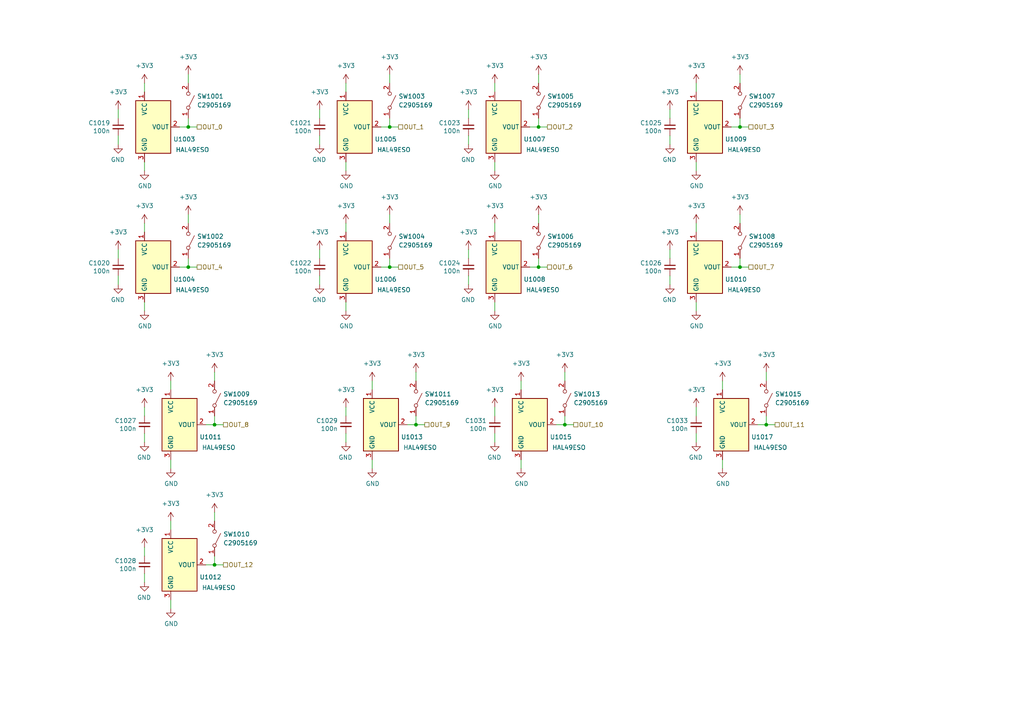
<source format=kicad_sch>
(kicad_sch (version 20250114) (generator "eeschema") (generator_version "9.0")
  (paper "A4")
  (lib_symbols
    (symbol "Sensor_Magnetic:A1301KLHLT-T"
      (property "Reference" "U" (at 0 11.43 0))
      (property "Value" "A1301KLHLT-T" (at 0 8.89 0))
      (symbol "A1301KLHLT-T_0_1"
        (rectangle (start -5.08 7.62) (end 5.08 -7.62) (stroke (width 0.254)) (fill (type background)))
      )
      (symbol "A1301KLHLT-T_1_1"
        (pin power_in line (at -2.54 10.16 270) (length 2.54) (name "VCC") (number "1"))
        (pin power_in line (at -2.54 -10.16 90) (length 2.54) (name "GND") (number "3"))
        (pin output line (at 7.62 0 180) (length 2.54) (name "VOUT") (number "2"))
      )
    )
    (symbol "Switch:SW_SPST" (pin_names (offset 0) (hide yes))
      (property "Reference" "SW" (at 0 3.175 0))
      (property "Value" "SW_SPST" (at 0 -2.54 0))
      (symbol "SW_SPST_0_0"
        (circle (center -2.032 0) (radius 0.508))
        (polyline (pts (xy -1.524 0.254) (xy 1.524 1.778)))
        (circle (center 2.032 0) (radius 0.508))
      )
      (symbol "SW_SPST_1_1"
        (pin passive line (at -5.08 0 0) (length 2.54) (name "A") (number "1"))
        (pin passive line (at 5.08 0 180) (length 2.54) (name "B") (number "2"))
      )
    )
    (symbol "power:+3V3" (power) (pin_names (offset 0))
      (property "Value" "+3V3" (at 0 3.556 0))
      (symbol "+3V3_0_1"
        (polyline (pts (xy -0.762 1.27) (xy 0 2.54)))
        (polyline (pts (xy 0 2.54) (xy 0.762 1.27)))
        (polyline (pts (xy 0 0) (xy 0 2.54)))
      )
      (symbol "+3V3_1_1"
        (pin power_in line (at 0 0 90) (length 0) (hide yes) (name "+3V3") (number "1"))
      )
    )
    (symbol "power:GND" (power) (pin_names (offset 0))
      (property "Value" "GND" (at 0 -3.81 0))
      (symbol "GND_0_1"
        (polyline (pts (xy 0 0) (xy 0 -1.27) (xy 1.27 -1.27) (xy 0 -2.54) (xy -1.27 -1.27) (xy 0 -1.27)))
      )
      (symbol "GND_1_1"
        (pin power_in line (at 0 0 270) (length 0) (hide yes) (name "GND") (number "1"))
      )
    )
    (symbol "suku_basics:CAP" (pin_numbers (hide yes)) (pin_names (offset 0.254) (hide yes))
      (property "Reference" "C" (at 0.254 1.778 0))
      (symbol "CAP_0_1"
        (polyline (pts (xy -1.524 0.508) (xy 1.524 0.508)) (stroke (width 0.3048)))
        (polyline (pts (xy -1.524 -0.508) (xy 1.524 -0.508)) (stroke (width 0.3302)))
      )
      (symbol "CAP_1_1"
        (pin passive line (at 0 2.54 270) (length 2.032) (name "~") (number "1"))
        (pin passive line (at 0 -2.54 90) (length 2.032) (name "~") (number "2"))
      )
    )
  )
  (junction (at 120.65 123.19))
  (junction (at 54.61 77.47))
  (junction (at 163.83 123.19))
  (junction (at 113.03 36.83))
  (junction (at 214.63 77.47))
  (junction (at 156.21 77.47))
  (junction (at 62.23 163.83))
  (junction (at 54.61 36.83))
  (junction (at 113.03 77.47))
  (junction (at 62.23 123.19))
  (junction (at 156.21 36.83))
  (junction (at 222.25 123.19))
  (junction (at 214.63 36.83))
  (wire (pts (xy 41.91 168.91) (xy 41.91 166.37)))
  (wire (pts (xy 113.03 74.93) (xy 113.03 77.47)))
  (wire (pts (xy 62.23 123.19) (xy 64.77 123.19)))
  (wire (pts (xy 100.33 128.27) (xy 100.33 125.73)))
  (wire (pts (xy 110.49 77.47) (xy 113.03 77.47)))
  (wire (pts (xy 34.29 82.55) (xy 34.29 80.01)))
  (wire (pts (xy 52.07 36.83) (xy 54.61 36.83)))
  (wire (pts (xy 54.61 74.93) (xy 54.61 77.47)))
  (wire (pts (xy 156.21 36.83) (xy 158.75 36.83)))
  (wire (pts (xy 201.93 87.63) (xy 201.93 90.17)))
  (wire (pts (xy 113.03 36.83) (xy 115.57 36.83)))
  (wire (pts (xy 49.53 133.35) (xy 49.53 135.89)))
  (wire (pts (xy 143.51 87.63) (xy 143.51 90.17)))
  (wire (pts (xy 201.93 128.27) (xy 201.93 125.73)))
  (wire (pts (xy 194.31 31.75) (xy 194.31 34.29)))
  (wire (pts (xy 156.21 34.29) (xy 156.21 36.83)))
  (wire (pts (xy 222.25 123.19) (xy 224.79 123.19)))
  (wire (pts (xy 214.63 77.47) (xy 217.17 77.47)))
  (wire (pts (xy 143.51 24.13) (xy 143.51 26.67)))
  (wire (pts (xy 156.21 62.23) (xy 156.21 64.77)))
  (wire (pts (xy 59.69 123.19) (xy 62.23 123.19)))
  (wire (pts (xy 222.25 120.65) (xy 222.25 123.19)))
  (wire (pts (xy 113.03 77.47) (xy 115.57 77.47)))
  (wire (pts (xy 163.83 123.19) (xy 166.37 123.19)))
  (wire (pts (xy 143.51 128.27) (xy 143.51 125.73)))
  (wire (pts (xy 34.29 72.39) (xy 34.29 74.93)))
  (wire (pts (xy 62.23 148.59) (xy 62.23 151.13)))
  (wire (pts (xy 92.71 72.39) (xy 92.71 74.93)))
  (wire (pts (xy 54.61 77.47) (xy 57.15 77.47)))
  (wire (pts (xy 209.55 110.49) (xy 209.55 113.03)))
  (wire (pts (xy 113.03 62.23) (xy 113.03 64.77)))
  (wire (pts (xy 100.33 24.13) (xy 100.33 26.67)))
  (wire (pts (xy 62.23 120.65) (xy 62.23 123.19)))
  (wire (pts (xy 49.53 151.13) (xy 49.53 153.67)))
  (wire (pts (xy 62.23 161.29) (xy 62.23 163.83)))
  (wire (pts (xy 201.93 24.13) (xy 201.93 26.67)))
  (wire (pts (xy 201.93 46.99) (xy 201.93 49.53)))
  (wire (pts (xy 100.33 87.63) (xy 100.33 90.17)))
  (wire (pts (xy 54.61 62.23) (xy 54.61 64.77)))
  (wire (pts (xy 41.91 158.75) (xy 41.91 161.29)))
  (wire (pts (xy 156.21 21.59) (xy 156.21 24.13)))
  (wire (pts (xy 34.29 41.91) (xy 34.29 39.37)))
  (wire (pts (xy 201.93 118.11) (xy 201.93 120.65)))
  (wire (pts (xy 135.89 72.39) (xy 135.89 74.93)))
  (wire (pts (xy 59.69 163.83) (xy 62.23 163.83)))
  (wire (pts (xy 118.11 123.19) (xy 120.65 123.19)))
  (wire (pts (xy 41.91 46.99) (xy 41.91 49.53)))
  (wire (pts (xy 161.29 123.19) (xy 163.83 123.19)))
  (wire (pts (xy 143.51 118.11) (xy 143.51 120.65)))
  (wire (pts (xy 92.71 82.55) (xy 92.71 80.01)))
  (wire (pts (xy 113.03 21.59) (xy 113.03 24.13)))
  (wire (pts (xy 209.55 133.35) (xy 209.55 135.89)))
  (wire (pts (xy 54.61 21.59) (xy 54.61 24.13)))
  (wire (pts (xy 135.89 82.55) (xy 135.89 80.01)))
  (wire (pts (xy 41.91 24.13) (xy 41.91 26.67)))
  (wire (pts (xy 153.67 36.83) (xy 156.21 36.83)))
  (wire (pts (xy 212.09 36.83) (xy 214.63 36.83)))
  (wire (pts (xy 222.25 107.95) (xy 222.25 110.49)))
  (wire (pts (xy 41.91 87.63) (xy 41.91 90.17)))
  (wire (pts (xy 54.61 34.29) (xy 54.61 36.83)))
  (wire (pts (xy 194.31 72.39) (xy 194.31 74.93)))
  (wire (pts (xy 194.31 41.91) (xy 194.31 39.37)))
  (wire (pts (xy 107.95 110.49) (xy 107.95 113.03)))
  (wire (pts (xy 214.63 36.83) (xy 217.17 36.83)))
  (wire (pts (xy 194.31 82.55) (xy 194.31 80.01)))
  (wire (pts (xy 34.29 31.75) (xy 34.29 34.29)))
  (wire (pts (xy 163.83 120.65) (xy 163.83 123.19)))
  (wire (pts (xy 214.63 21.59) (xy 214.63 24.13)))
  (wire (pts (xy 135.89 41.91) (xy 135.89 39.37)))
  (wire (pts (xy 143.51 64.77) (xy 143.51 67.31)))
  (wire (pts (xy 151.13 110.49) (xy 151.13 113.03)))
  (wire (pts (xy 135.89 31.75) (xy 135.89 34.29)))
  (wire (pts (xy 212.09 77.47) (xy 214.63 77.47)))
  (wire (pts (xy 214.63 34.29) (xy 214.63 36.83)))
  (wire (pts (xy 62.23 163.83) (xy 64.77 163.83)))
  (wire (pts (xy 92.71 41.91) (xy 92.71 39.37)))
  (wire (pts (xy 153.67 77.47) (xy 156.21 77.47)))
  (wire (pts (xy 49.53 110.49) (xy 49.53 113.03)))
  (wire (pts (xy 214.63 62.23) (xy 214.63 64.77)))
  (wire (pts (xy 49.53 173.99) (xy 49.53 176.53)))
  (wire (pts (xy 151.13 133.35) (xy 151.13 135.89)))
  (wire (pts (xy 110.49 36.83) (xy 113.03 36.83)))
  (wire (pts (xy 100.33 118.11) (xy 100.33 120.65)))
  (wire (pts (xy 156.21 74.93) (xy 156.21 77.47)))
  (wire (pts (xy 120.65 123.19) (xy 123.19 123.19)))
  (wire (pts (xy 201.93 64.77) (xy 201.93 67.31)))
  (wire (pts (xy 113.03 34.29) (xy 113.03 36.83)))
  (wire (pts (xy 52.07 77.47) (xy 54.61 77.47)))
  (wire (pts (xy 156.21 77.47) (xy 158.75 77.47)))
  (wire (pts (xy 214.63 74.93) (xy 214.63 77.47)))
  (wire (pts (xy 62.23 107.95) (xy 62.23 110.49)))
  (wire (pts (xy 107.95 133.35) (xy 107.95 135.89)))
  (wire (pts (xy 120.65 107.95) (xy 120.65 110.49)))
  (wire (pts (xy 92.71 31.75) (xy 92.71 34.29)))
  (wire (pts (xy 219.71 123.19) (xy 222.25 123.19)))
  (wire (pts (xy 41.91 64.77) (xy 41.91 67.31)))
  (wire (pts (xy 120.65 120.65) (xy 120.65 123.19)))
  (wire (pts (xy 100.33 64.77) (xy 100.33 67.31)))
  (wire (pts (xy 163.83 107.95) (xy 163.83 110.49)))
  (wire (pts (xy 100.33 46.99) (xy 100.33 49.53)))
  (wire (pts (xy 41.91 128.27) (xy 41.91 125.73)))
  (wire (pts (xy 54.61 36.83) (xy 57.15 36.83)))
  (wire (pts (xy 143.51 46.99) (xy 143.51 49.53)))
  (wire (pts (xy 41.91 118.11) (xy 41.91 120.65)))
  (hierarchical_label "OUT_4" (shape passive) (at 57.15 77.47 0))
  (hierarchical_label "OUT_11" (shape passive) (at 224.79 123.19 0))
  (hierarchical_label "OUT_8" (shape passive) (at 64.77 123.19 0))
  (hierarchical_label "OUT_2" (shape passive) (at 158.75 36.83 0))
  (hierarchical_label "OUT_3" (shape passive) (at 217.17 36.83 0))
  (hierarchical_label "OUT_6" (shape passive) (at 158.75 77.47 0))
  (hierarchical_label "OUT_7" (shape passive) (at 217.17 77.47 0))
  (hierarchical_label "OUT_0" (shape passive) (at 57.15 36.83 0))
  (hierarchical_label "OUT_10" (shape passive) (at 166.37 123.19 0))
  (hierarchical_label "OUT_9" (shape passive) (at 123.19 123.19 0))
  (hierarchical_label "OUT_1" (shape passive) (at 115.57 36.83 0))
  (hierarchical_label "OUT_5" (shape passive) (at 115.57 77.47 0))
  (hierarchical_label "OUT_12" (shape passive) (at 64.77 163.83 0))
  (symbol (lib_id "power:+3V3") (at 143.51 118.11 0) (unit 1)
    (property "Reference" "#PWR0702" (effects (hide yes)))
    (property "Value" "+3V3" (at 143.51 113.03 0))
  )
  (symbol (lib_id "power:+3V3") (at 92.71 72.39 0) (unit 1)
    (property "Reference" "#PWR0654" (effects (hide yes)))
    (property "Value" "+3V3" (at 92.71 67.31 0))
  )
  (symbol (lib_id "Sensor_Magnetic:A1301KLHLT-T") (at 204.47 77.47 0) (unit 1)
    (property "Reference" "U1010" (at 216.662 81.026 0) (effects (justify right)))
    (property "Value" "HAL49ESO" (at 220.726 84.074 0) (effects (justify right)))
    (property "Footprint" "suku_basics:SOT-23W" (effects (hide yes)))
    (property "Datasheet" "http://www.allegromicro.com/~/media/Files/Datasheets/A1301-2-Datasheet.ashx" (effects (hide yes)))
    (property "Part" "C85573" (effects (hide yes)))
  )
  (symbol (lib_id "power:+3V3") (at 194.31 31.75 0) (unit 1)
    (property "Reference" "#PWR0672" (effects (hide yes)))
    (property "Value" "+3V3" (at 194.31 26.67 0))
  )
  (symbol (lib_id "power:+3V3") (at 62.23 107.95 0) (unit 1)
    (property "Reference" "#PWR0690" (effects (hide yes)))
    (property "Value" "+3V3" (at 62.23 102.87 0))
  )
  (symbol (lib_id "Switch:SW_SPST") (at 120.65 115.57 270) (mirror x) (unit 1)
    (property "Reference" "SW1011" (at 123.19 114.2999 90) (effects (justify left)))
    (property "Value" "C2905169" (at 123.19 116.8399 90) (effects (justify left)))
    (property "Footprint" "suku_basics:gateron-low-profile" (effects (hide yes)))
  )
  (symbol (lib_id "Switch:SW_SPST") (at 113.03 29.21 270) (mirror x) (unit 1)
    (property "Reference" "SW1003" (at 115.57 27.9399 90) (effects (justify left)))
    (property "Value" "C2905169" (at 115.57 30.4799 90) (effects (justify left)))
    (property "Footprint" "suku_basics:gateron-low-profile" (effects (hide yes)))
  )
  (symbol (lib_id "power:GND") (at 100.33 128.27 0) (mirror y) (unit 1)
    (property "Reference" "#PWR0693" (effects (hide yes)))
    (property "Value" "GND" (at 100.203 132.6642 0))
  )
  (symbol (lib_id "power:GND") (at 135.89 41.91 0) (mirror y) (unit 1)
    (property "Reference" "#PWR0663" (effects (hide yes)))
    (property "Value" "GND" (at 135.763 46.3042 0))
  )
  (symbol (lib_id "Switch:SW_SPST") (at 163.83 115.57 270) (mirror x) (unit 1)
    (property "Reference" "SW1013" (at 166.37 114.2999 90) (effects (justify left)))
    (property "Value" "C2905169" (at 166.37 116.8399 90) (effects (justify left)))
    (property "Footprint" "suku_basics:gateron-low-profile" (effects (hide yes)))
  )
  (symbol (lib_id "power:GND") (at 41.91 128.27 0) (mirror y) (unit 1)
    (property "Reference" "#PWR0683" (effects (hide yes)))
    (property "Value" "GND" (at 41.783 132.6642 0))
  )
  (symbol (lib_id "power:GND") (at 100.33 90.17 0) (unit 1)
    (property "Reference" "#PWR0659" (effects (hide yes)))
    (property "Value" "GND" (at 100.457 94.5642 0))
  )
  (symbol (lib_id "power:+3V3") (at 54.61 21.59 0) (unit 1)
    (property "Reference" "#PWR0650" (effects (hide yes)))
    (property "Value" "+3V3" (at 54.61 16.51 0))
  )
  (symbol (lib_id "power:+3V3") (at 156.21 62.23 0) (unit 1)
    (property "Reference" "#PWR0671" (effects (hide yes)))
    (property "Value" "+3V3" (at 156.21 57.15 0))
  )
  (symbol (lib_id "suku_basics:CAP") (at 194.31 77.47 0) (mirror y) (unit 1)
    (property "Reference" "C1026" (at 191.9732 76.3016 0) (effects (justify left)))
    (property "Value" "100n" (at 191.9732 78.613 0) (effects (justify left)))
    (property "Footprint" "suku_basics:CAP_0402" (effects (hide yes)))
  )
  (symbol (lib_id "Switch:SW_SPST") (at 62.23 115.57 270) (mirror x) (unit 1)
    (property "Reference" "SW1009" (at 64.77 114.2999 90) (effects (justify left)))
    (property "Value" "C2905169" (at 64.77 116.8399 90) (effects (justify left)))
    (property "Footprint" "suku_basics:gateron-low-profile" (effects (hide yes)))
  )
  (symbol (lib_id "power:GND") (at 41.91 90.17 0) (unit 1)
    (property "Reference" "#PWR0649" (effects (hide yes)))
    (property "Value" "GND" (at 42.037 94.5642 0))
  )
  (symbol (lib_id "power:GND") (at 92.71 41.91 0) (mirror y) (unit 1)
    (property "Reference" "#PWR0653" (effects (hide yes)))
    (property "Value" "GND" (at 92.583 46.3042 0))
  )
  (symbol (lib_id "Sensor_Magnetic:A1301KLHLT-T") (at 110.49 123.19 0) (unit 1)
    (property "Reference" "U1013" (at 122.682 126.746 0) (effects (justify right)))
    (property "Value" "HAL49ESO" (at 126.746 129.794 0) (effects (justify right)))
    (property "Footprint" "suku_basics:SOT-23W" (effects (hide yes)))
    (property "Datasheet" "http://www.allegromicro.com/~/media/Files/Datasheets/A1301-2-Datasheet.ashx" (effects (hide yes)))
    (property "Part" "C85573" (effects (hide yes)))
  )
  (symbol (lib_id "power:GND") (at 100.33 49.53 0) (unit 1)
    (property "Reference" "#PWR0657" (effects (hide yes)))
    (property "Value" "GND" (at 100.457 53.9242 0))
  )
  (symbol (lib_id "suku_basics:CAP") (at 34.29 36.83 0) (mirror y) (unit 1)
    (property "Reference" "C1019" (at 31.9532 35.6616 0) (effects (justify left)))
    (property "Value" "100n" (at 31.9532 37.973 0) (effects (justify left)))
    (property "Footprint" "suku_basics:CAP_0402" (effects (hide yes)))
  )
  (symbol (lib_id "power:GND") (at 201.93 49.53 0) (unit 1)
    (property "Reference" "#PWR0677" (effects (hide yes)))
    (property "Value" "GND" (at 202.057 53.9242 0))
  )
  (symbol (lib_id "power:GND") (at 49.53 135.89 0) (unit 1)
    (property "Reference" "#PWR0687" (effects (hide yes)))
    (property "Value" "GND" (at 49.657 140.2842 0))
  )
  (symbol (lib_id "Sensor_Magnetic:A1301KLHLT-T") (at 204.47 36.83 0) (unit 1)
    (property "Reference" "U1009" (at 216.662 40.386 0) (effects (justify right)))
    (property "Value" "HAL49ESO" (at 220.726 43.434 0) (effects (justify right)))
    (property "Footprint" "suku_basics:SOT-23W" (effects (hide yes)))
    (property "Datasheet" "http://www.allegromicro.com/~/media/Files/Datasheets/A1301-2-Datasheet.ashx" (effects (hide yes)))
    (property "Part" "C85573" (effects (hide yes)))
  )
  (symbol (lib_id "power:+3V3") (at 151.13 110.49 0) (unit 1)
    (property "Reference" "#PWR0706" (effects (hide yes)))
    (property "Value" "+3V3" (at 151.13 105.41 0))
  )
  (symbol (lib_id "power:+3V3") (at 49.53 110.49 0) (unit 1)
    (property "Reference" "#PWR0686" (effects (hide yes)))
    (property "Value" "+3V3" (at 49.53 105.41 0))
  )
  (symbol (lib_id "power:+3V3") (at 41.91 118.11 0) (unit 1)
    (property "Reference" "#PWR0682" (effects (hide yes)))
    (property "Value" "+3V3" (at 41.91 113.03 0))
  )
  (symbol (lib_id "suku_basics:CAP") (at 194.31 36.83 0) (mirror y) (unit 1)
    (property "Reference" "C1025" (at 191.9732 35.6616 0) (effects (justify left)))
    (property "Value" "100n" (at 191.9732 37.973 0) (effects (justify left)))
    (property "Footprint" "suku_basics:CAP_0402" (effects (hide yes)))
  )
  (symbol (lib_id "power:+3V3") (at 113.03 21.59 0) (unit 1)
    (property "Reference" "#PWR0660" (effects (hide yes)))
    (property "Value" "+3V3" (at 113.03 16.51 0))
  )
  (symbol (lib_id "Sensor_Magnetic:A1301KLHLT-T") (at 52.07 123.19 0) (unit 1)
    (property "Reference" "U1011" (at 64.262 126.746 0) (effects (justify right)))
    (property "Value" "HAL49ESO" (at 68.326 129.794 0) (effects (justify right)))
    (property "Footprint" "suku_basics:SOT-23W" (effects (hide yes)))
    (property "Datasheet" "http://www.allegromicro.com/~/media/Files/Datasheets/A1301-2-Datasheet.ashx" (effects (hide yes)))
    (property "Part" "C85573" (effects (hide yes)))
  )
  (symbol (lib_id "power:+3V3") (at 34.29 31.75 0) (unit 1)
    (property "Reference" "#PWR0642" (effects (hide yes)))
    (property "Value" "+3V3" (at 34.29 26.67 0))
  )
  (symbol (lib_id "power:GND") (at 194.31 41.91 0) (mirror y) (unit 1)
    (property "Reference" "#PWR0673" (effects (hide yes)))
    (property "Value" "GND" (at 194.183 46.3042 0))
  )
  (symbol (lib_id "power:+3V3") (at 34.29 72.39 0) (unit 1)
    (property "Reference" "#PWR0644" (effects (hide yes)))
    (property "Value" "+3V3" (at 34.29 67.31 0))
  )
  (symbol (lib_id "power:+3V3") (at 54.61 62.23 0) (unit 1)
    (property "Reference" "#PWR0651" (effects (hide yes)))
    (property "Value" "+3V3" (at 54.61 57.15 0))
  )
  (symbol (lib_id "power:GND") (at 135.89 82.55 0) (mirror y) (unit 1)
    (property "Reference" "#PWR0665" (effects (hide yes)))
    (property "Value" "GND" (at 135.763 86.9442 0))
  )
  (symbol (lib_id "power:+3V3") (at 201.93 24.13 0) (unit 1)
    (property "Reference" "#PWR0676" (effects (hide yes)))
    (property "Value" "+3V3" (at 201.93 19.05 0))
  )
  (symbol (lib_id "Switch:SW_SPST") (at 156.21 69.85 270) (mirror x) (unit 1)
    (property "Reference" "SW1006" (at 158.75 68.5799 90) (effects (justify left)))
    (property "Value" "C2905169" (at 158.75 71.1199 90) (effects (justify left)))
    (property "Footprint" "suku_basics:gateron-low-profile" (effects (hide yes)))
  )
  (symbol (lib_id "power:GND") (at 107.95 135.89 0) (unit 1)
    (property "Reference" "#PWR0697" (effects (hide yes)))
    (property "Value" "GND" (at 108.077 140.2842 0))
  )
  (symbol (lib_id "power:GND") (at 151.13 135.89 0) (unit 1)
    (property "Reference" "#PWR0707" (effects (hide yes)))
    (property "Value" "GND" (at 151.257 140.2842 0))
  )
  (symbol (lib_id "power:+3V3") (at 143.51 24.13 0) (unit 1)
    (property "Reference" "#PWR0666" (effects (hide yes)))
    (property "Value" "+3V3" (at 143.51 19.05 0))
  )
  (symbol (lib_id "suku_basics:CAP") (at 92.71 77.47 0) (mirror y) (unit 1)
    (property "Reference" "C1022" (at 90.3732 76.3016 0) (effects (justify left)))
    (property "Value" "100n" (at 90.3732 78.613 0) (effects (justify left)))
    (property "Footprint" "suku_basics:CAP_0402" (effects (hide yes)))
  )
  (symbol (lib_id "Sensor_Magnetic:A1301KLHLT-T") (at 44.45 36.83 0) (unit 1)
    (property "Reference" "U1003" (at 56.642 40.386 0) (effects (justify right)))
    (property "Value" "HAL49ESO" (at 60.706 43.434 0) (effects (justify right)))
    (property "Footprint" "suku_basics:SOT-23W" (effects (hide yes)))
    (property "Datasheet" "http://www.allegromicro.com/~/media/Files/Datasheets/A1301-2-Datasheet.ashx" (effects (hide yes)))
    (property "Part" "C85573" (effects (hide yes)))
  )
  (symbol (lib_id "power:+3V3") (at 41.91 24.13 0) (unit 1)
    (property "Reference" "#PWR0646" (effects (hide yes)))
    (property "Value" "+3V3" (at 41.91 19.05 0))
  )
  (symbol (lib_id "suku_basics:CAP") (at 201.93 123.19 0) (mirror y) (unit 1)
    (property "Reference" "C1033" (at 199.5932 122.0216 0) (effects (justify left)))
    (property "Value" "100n" (at 199.5932 124.333 0) (effects (justify left)))
    (property "Footprint" "suku_basics:CAP_0402" (effects (hide yes)))
  )
  (symbol (lib_id "power:+3V3") (at 41.91 158.75 0) (unit 1)
    (property "Reference" "#PWR0684" (effects (hide yes)))
    (property "Value" "+3V3" (at 41.91 153.67 0))
  )
  (symbol (lib_id "power:GND") (at 143.51 49.53 0) (unit 1)
    (property "Reference" "#PWR0667" (effects (hide yes)))
    (property "Value" "GND" (at 143.637 53.9242 0))
  )
  (symbol (lib_id "power:GND") (at 49.53 176.53 0) (unit 1)
    (property "Reference" "#PWR0689" (effects (hide yes)))
    (property "Value" "GND" (at 49.657 180.9242 0))
  )
  (symbol (lib_id "Switch:SW_SPST") (at 214.63 29.21 270) (mirror x) (unit 1)
    (property "Reference" "SW1007" (at 217.17 27.9399 90) (effects (justify left)))
    (property "Value" "C2905169" (at 217.17 30.4799 90) (effects (justify left)))
    (property "Footprint" "suku_basics:gateron-low-profile" (effects (hide yes)))
  )
  (symbol (lib_id "power:+3V3") (at 41.91 64.77 0) (unit 1)
    (property "Reference" "#PWR0648" (effects (hide yes)))
    (property "Value" "+3V3" (at 41.91 59.69 0))
  )
  (symbol (lib_id "power:GND") (at 194.31 82.55 0) (mirror y) (unit 1)
    (property "Reference" "#PWR0675" (effects (hide yes)))
    (property "Value" "GND" (at 194.183 86.9442 0))
  )
  (symbol (lib_id "power:+3V3") (at 135.89 31.75 0) (unit 1)
    (property "Reference" "#PWR0662" (effects (hide yes)))
    (property "Value" "+3V3" (at 135.89 26.67 0))
  )
  (symbol (lib_id "Sensor_Magnetic:A1301KLHLT-T") (at 102.87 77.47 0) (unit 1)
    (property "Reference" "U1006" (at 115.062 81.026 0) (effects (justify right)))
    (property "Value" "HAL49ESO" (at 119.126 84.074 0) (effects (justify right)))
    (property "Footprint" "suku_basics:SOT-23W" (effects (hide yes)))
    (property "Datasheet" "http://www.allegromicro.com/~/media/Files/Datasheets/A1301-2-Datasheet.ashx" (effects (hide yes)))
    (property "Part" "C85573" (effects (hide yes)))
  )
  (symbol (lib_id "power:+3V3") (at 62.23 148.59 0) (unit 1)
    (property "Reference" "#PWR0691" (effects (hide yes)))
    (property "Value" "+3V3" (at 62.23 143.51 0))
  )
  (symbol (lib_id "suku_basics:CAP") (at 41.91 123.19 0) (mirror y) (unit 1)
    (property "Reference" "C1027" (at 39.5732 122.0216 0) (effects (justify left)))
    (property "Value" "100n" (at 39.5732 124.333 0) (effects (justify left)))
    (property "Footprint" "suku_basics:CAP_0402" (effects (hide yes)))
  )
  (symbol (lib_id "power:GND") (at 201.93 128.27 0) (mirror y) (unit 1)
    (property "Reference" "#PWR0713" (effects (hide yes)))
    (property "Value" "GND" (at 201.803 132.6642 0))
  )
  (symbol (lib_id "suku_basics:CAP") (at 92.71 36.83 0) (mirror y) (unit 1)
    (property "Reference" "C1021" (at 90.3732 35.6616 0) (effects (justify left)))
    (property "Value" "100n" (at 90.3732 37.973 0) (effects (justify left)))
    (property "Footprint" "suku_basics:CAP_0402" (effects (hide yes)))
  )
  (symbol (lib_id "Sensor_Magnetic:A1301KLHLT-T") (at 44.45 77.47 0) (unit 1)
    (property "Reference" "U1004" (at 56.642 81.026 0) (effects (justify right)))
    (property "Value" "HAL49ESO" (at 60.706 84.074 0) (effects (justify right)))
    (property "Footprint" "suku_basics:SOT-23W" (effects (hide yes)))
    (property "Datasheet" "http://www.allegromicro.com/~/media/Files/Datasheets/A1301-2-Datasheet.ashx" (effects (hide yes)))
    (property "Part" "C85573" (effects (hide yes)))
  )
  (symbol (lib_id "power:+3V3") (at 194.31 72.39 0) (unit 1)
    (property "Reference" "#PWR0674" (effects (hide yes)))
    (property "Value" "+3V3" (at 194.31 67.31 0))
  )
  (symbol (lib_id "power:+3V3") (at 107.95 110.49 0) (unit 1)
    (property "Reference" "#PWR0696" (effects (hide yes)))
    (property "Value" "+3V3" (at 107.95 105.41 0))
  )
  (symbol (lib_id "power:GND") (at 143.51 90.17 0) (unit 1)
    (property "Reference" "#PWR0669" (effects (hide yes)))
    (property "Value" "GND" (at 143.637 94.5642 0))
  )
  (symbol (lib_id "power:GND") (at 143.51 128.27 0) (mirror y) (unit 1)
    (property "Reference" "#PWR0703" (effects (hide yes)))
    (property "Value" "GND" (at 143.383 132.6642 0))
  )
  (symbol (lib_id "Switch:SW_SPST") (at 62.23 156.21 270) (mirror x) (unit 1)
    (property "Reference" "SW1010" (at 64.77 154.9399 90) (effects (justify left)))
    (property "Value" "C2905169" (at 64.77 157.4799 90) (effects (justify left)))
    (property "Footprint" "suku_basics:gateron-low-profile" (effects (hide yes)))
  )
  (symbol (lib_id "Switch:SW_SPST") (at 156.21 29.21 270) (mirror x) (unit 1)
    (property "Reference" "SW1005" (at 158.75 27.9399 90) (effects (justify left)))
    (property "Value" "C2905169" (at 158.75 30.4799 90) (effects (justify left)))
    (property "Footprint" "suku_basics:gateron-low-profile" (effects (hide yes)))
  )
  (symbol (lib_id "power:+3V3") (at 49.53 151.13 0) (unit 1)
    (property "Reference" "#PWR0688" (effects (hide yes)))
    (property "Value" "+3V3" (at 49.53 146.05 0))
  )
  (symbol (lib_id "suku_basics:CAP") (at 135.89 77.47 0) (mirror y) (unit 1)
    (property "Reference" "C1024" (at 133.5532 76.3016 0) (effects (justify left)))
    (property "Value" "100n" (at 133.5532 78.613 0) (effects (justify left)))
    (property "Footprint" "suku_basics:CAP_0402" (effects (hide yes)))
  )
  (symbol (lib_id "Switch:SW_SPST") (at 113.03 69.85 270) (mirror x) (unit 1)
    (property "Reference" "SW1004" (at 115.57 68.5799 90) (effects (justify left)))
    (property "Value" "C2905169" (at 115.57 71.1199 90) (effects (justify left)))
    (property "Footprint" "suku_basics:gateron-low-profile" (effects (hide yes)))
  )
  (symbol (lib_id "Switch:SW_SPST") (at 54.61 69.85 270) (mirror x) (unit 1)
    (property "Reference" "SW1002" (at 57.15 68.5799 90) (effects (justify left)))
    (property "Value" "C2905169" (at 57.15 71.1199 90) (effects (justify left)))
    (property "Footprint" "suku_basics:gateron-low-profile" (effects (hide yes)))
  )
  (symbol (lib_id "power:GND") (at 41.91 168.91 0) (mirror y) (unit 1)
    (property "Reference" "#PWR0685" (effects (hide yes)))
    (property "Value" "GND" (at 41.783 173.3042 0))
  )
  (symbol (lib_id "power:+3V3") (at 143.51 64.77 0) (unit 1)
    (property "Reference" "#PWR0668" (effects (hide yes)))
    (property "Value" "+3V3" (at 143.51 59.69 0))
  )
  (symbol (lib_id "power:GND") (at 41.91 49.53 0) (unit 1)
    (property "Reference" "#PWR0647" (effects (hide yes)))
    (property "Value" "GND" (at 42.037 53.9242 0))
  )
  (symbol (lib_id "power:GND") (at 201.93 90.17 0) (unit 1)
    (property "Reference" "#PWR0679" (effects (hide yes)))
    (property "Value" "GND" (at 202.057 94.5642 0))
  )
  (symbol (lib_id "power:+3V3") (at 201.93 64.77 0) (unit 1)
    (property "Reference" "#PWR0678" (effects (hide yes)))
    (property "Value" "+3V3" (at 201.93 59.69 0))
  )
  (symbol (lib_id "power:+3V3") (at 201.93 118.11 0) (unit 1)
    (property "Reference" "#PWR0712" (effects (hide yes)))
    (property "Value" "+3V3" (at 201.93 113.03 0))
  )
  (symbol (lib_id "power:GND") (at 34.29 82.55 0) (mirror y) (unit 1)
    (property "Reference" "#PWR0645" (effects (hide yes)))
    (property "Value" "GND" (at 34.163 86.9442 0))
  )
  (symbol (lib_id "Sensor_Magnetic:A1301KLHLT-T") (at 146.05 36.83 0) (unit 1)
    (property "Reference" "U1007" (at 158.242 40.386 0) (effects (justify right)))
    (property "Value" "HAL49ESO" (at 162.306 43.434 0) (effects (justify right)))
    (property "Footprint" "suku_basics:SOT-23W" (effects (hide yes)))
    (property "Datasheet" "http://www.allegromicro.com/~/media/Files/Datasheets/A1301-2-Datasheet.ashx" (effects (hide yes)))
    (property "Part" "C85573" (effects (hide yes)))
  )
  (symbol (lib_id "suku_basics:CAP") (at 100.33 123.19 0) (mirror y) (unit 1)
    (property "Reference" "C1029" (at 97.9932 122.0216 0) (effects (justify left)))
    (property "Value" "100n" (at 97.9932 124.333 0) (effects (justify left)))
    (property "Footprint" "suku_basics:CAP_0402" (effects (hide yes)))
  )
  (symbol (lib_id "Switch:SW_SPST") (at 54.61 29.21 270) (mirror x) (unit 1)
    (property "Reference" "SW1001" (at 57.15 27.9399 90) (effects (justify left)))
    (property "Value" "C2905169" (at 57.15 30.4799 90) (effects (justify left)))
    (property "Footprint" "suku_basics:gateron-low-profile" (effects (hide yes)))
  )
  (symbol (lib_id "power:+3V3") (at 100.33 64.77 0) (unit 1)
    (property "Reference" "#PWR0658" (effects (hide yes)))
    (property "Value" "+3V3" (at 100.33 59.69 0))
  )
  (symbol (lib_id "power:+3V3") (at 163.83 107.95 0) (unit 1)
    (property "Reference" "#PWR0710" (effects (hide yes)))
    (property "Value" "+3V3" (at 163.83 102.87 0))
  )
  (symbol (lib_id "suku_basics:CAP") (at 143.51 123.19 0) (mirror y) (unit 1)
    (property "Reference" "C1031" (at 141.1732 122.0216 0) (effects (justify left)))
    (property "Value" "100n" (at 141.1732 124.333 0) (effects (justify left)))
    (property "Footprint" "suku_basics:CAP_0402" (effects (hide yes)))
  )
  (symbol (lib_id "power:GND") (at 34.29 41.91 0) (mirror y) (unit 1)
    (property "Reference" "#PWR0643" (effects (hide yes)))
    (property "Value" "GND" (at 34.163 46.3042 0))
  )
  (symbol (lib_id "power:+3V3") (at 209.55 110.49 0) (unit 1)
    (property "Reference" "#PWR0716" (effects (hide yes)))
    (property "Value" "+3V3" (at 209.55 105.41 0))
  )
  (symbol (lib_id "suku_basics:CAP") (at 135.89 36.83 0) (mirror y) (unit 1)
    (property "Reference" "C1023" (at 133.5532 35.6616 0) (effects (justify left)))
    (property "Value" "100n" (at 133.5532 37.973 0) (effects (justify left)))
    (property "Footprint" "suku_basics:CAP_0402" (effects (hide yes)))
  )
  (symbol (lib_id "Switch:SW_SPST") (at 214.63 69.85 270) (mirror x) (unit 1)
    (property "Reference" "SW1008" (at 217.17 68.5799 90) (effects (justify left)))
    (property "Value" "C2905169" (at 217.17 71.1199 90) (effects (justify left)))
    (property "Footprint" "suku_basics:gateron-low-profile" (effects (hide yes)))
  )
  (symbol (lib_id "power:+3V3") (at 92.71 31.75 0) (unit 1)
    (property "Reference" "#PWR0652" (effects (hide yes)))
    (property "Value" "+3V3" (at 92.71 26.67 0))
  )
  (symbol (lib_id "power:+3V3") (at 100.33 24.13 0) (unit 1)
    (property "Reference" "#PWR0656" (effects (hide yes)))
    (property "Value" "+3V3" (at 100.33 19.05 0))
  )
  (symbol (lib_id "power:+3V3") (at 113.03 62.23 0) (unit 1)
    (property "Reference" "#PWR0661" (effects (hide yes)))
    (property "Value" "+3V3" (at 113.03 57.15 0))
  )
  (symbol (lib_id "power:+3V3") (at 120.65 107.95 0) (unit 1)
    (property "Reference" "#PWR0700" (effects (hide yes)))
    (property "Value" "+3V3" (at 120.65 102.87 0))
  )
  (symbol (lib_id "power:+3V3") (at 100.33 118.11 0) (unit 1)
    (property "Reference" "#PWR0692" (effects (hide yes)))
    (property "Value" "+3V3" (at 100.33 113.03 0))
  )
  (symbol (lib_id "Sensor_Magnetic:A1301KLHLT-T") (at 153.67 123.19 0) (unit 1)
    (property "Reference" "U1015" (at 165.862 126.746 0) (effects (justify right)))
    (property "Value" "HAL49ESO" (at 169.926 129.794 0) (effects (justify right)))
    (property "Footprint" "suku_basics:SOT-23W" (effects (hide yes)))
    (property "Datasheet" "http://www.allegromicro.com/~/media/Files/Datasheets/A1301-2-Datasheet.ashx" (effects (hide yes)))
    (property "Part" "C85573" (effects (hide yes)))
  )
  (symbol (lib_id "Switch:SW_SPST") (at 222.25 115.57 270) (mirror x) (unit 1)
    (property "Reference" "SW1015" (at 224.79 114.2999 90) (effects (justify left)))
    (property "Value" "C2905169" (at 224.79 116.8399 90) (effects (justify left)))
    (property "Footprint" "suku_basics:gateron-low-profile" (effects (hide yes)))
  )
  (symbol (lib_id "power:+3V3") (at 214.63 21.59 0) (unit 1)
    (property "Reference" "#PWR0680" (effects (hide yes)))
    (property "Value" "+3V3" (at 214.63 16.51 0))
  )
  (symbol (lib_id "suku_basics:CAP") (at 34.29 77.47 0) (mirror y) (unit 1)
    (property "Reference" "C1020" (at 31.9532 76.3016 0) (effects (justify left)))
    (property "Value" "100n" (at 31.9532 78.613 0) (effects (justify left)))
    (property "Footprint" "suku_basics:CAP_0402" (effects (hide yes)))
  )
  (symbol (lib_id "power:+3V3") (at 135.89 72.39 0) (unit 1)
    (property "Reference" "#PWR0664" (effects (hide yes)))
    (property "Value" "+3V3" (at 135.89 67.31 0))
  )
  (symbol (lib_id "Sensor_Magnetic:A1301KLHLT-T") (at 212.09 123.19 0) (unit 1)
    (property "Reference" "U1017" (at 224.282 126.746 0) (effects (justify right)))
    (property "Value" "HAL49ESO" (at 228.346 129.794 0) (effects (justify right)))
    (property "Footprint" "suku_basics:SOT-23W" (effects (hide yes)))
    (property "Datasheet" "http://www.allegromicro.com/~/media/Files/Datasheets/A1301-2-Datasheet.ashx" (effects (hide yes)))
    (property "Part" "C85573" (effects (hide yes)))
  )
  (symbol (lib_id "power:GND") (at 92.71 82.55 0) (mirror y) (unit 1)
    (property "Reference" "#PWR0655" (effects (hide yes)))
    (property "Value" "GND" (at 92.583 86.9442 0))
  )
  (symbol (lib_id "power:+3V3") (at 156.21 21.59 0) (unit 1)
    (property "Reference" "#PWR0670" (effects (hide yes)))
    (property "Value" "+3V3" (at 156.21 16.51 0))
  )
  (symbol (lib_id "Sensor_Magnetic:A1301KLHLT-T") (at 52.07 163.83 0) (unit 1)
    (property "Reference" "U1012" (at 64.262 167.386 0) (effects (justify right)))
    (property "Value" "HAL49ESO" (at 68.326 170.434 0) (effects (justify right)))
    (property "Footprint" "suku_basics:SOT-23W" (effects (hide yes)))
    (property "Datasheet" "http://www.allegromicro.com/~/media/Files/Datasheets/A1301-2-Datasheet.ashx" (effects (hide yes)))
    (property "Part" "C85573" (effects (hide yes)))
  )
  (symbol (lib_id "power:+3V3") (at 214.63 62.23 0) (unit 1)
    (property "Reference" "#PWR0681" (effects (hide yes)))
    (property "Value" "+3V3" (at 214.63 57.15 0))
  )
  (symbol (lib_id "Sensor_Magnetic:A1301KLHLT-T") (at 146.05 77.47 0) (unit 1)
    (property "Reference" "U1008" (at 158.242 81.026 0) (effects (justify right)))
    (property "Value" "HAL49ESO" (at 162.306 84.074 0) (effects (justify right)))
    (property "Footprint" "suku_basics:SOT-23W" (effects (hide yes)))
    (property "Datasheet" "http://www.allegromicro.com/~/media/Files/Datasheets/A1301-2-Datasheet.ashx" (effects (hide yes)))
    (property "Part" "C85573" (effects (hide yes)))
  )
  (symbol (lib_id "power:GND") (at 209.55 135.89 0) (unit 1)
    (property "Reference" "#PWR0717" (effects (hide yes)))
    (property "Value" "GND" (at 209.677 140.2842 0))
  )
  (symbol (lib_id "suku_basics:CAP") (at 41.91 163.83 0) (mirror y) (unit 1)
    (property "Reference" "C1028" (at 39.5732 162.6616 0) (effects (justify left)))
    (property "Value" "100n" (at 39.5732 164.973 0) (effects (justify left)))
    (property "Footprint" "suku_basics:CAP_0402" (effects (hide yes)))
  )
  (symbol (lib_id "power:+3V3") (at 222.25 107.95 0) (unit 1)
    (property "Reference" "#PWR0720" (effects (hide yes)))
    (property "Value" "+3V3" (at 222.25 102.87 0))
  )
  (symbol (lib_id "Sensor_Magnetic:A1301KLHLT-T") (at 102.87 36.83 0) (unit 1)
    (property "Reference" "U1005" (at 115.062 40.386 0) (effects (justify right)))
    (property "Value" "HAL49ESO" (at 119.126 43.434 0) (effects (justify right)))
    (property "Footprint" "suku_basics:SOT-23W" (effects (hide yes)))
    (property "Datasheet" "http://www.allegromicro.com/~/media/Files/Datasheets/A1301-2-Datasheet.ashx" (effects (hide yes)))
    (property "Part" "C85573" (effects (hide yes)))
  )
)
</source>
